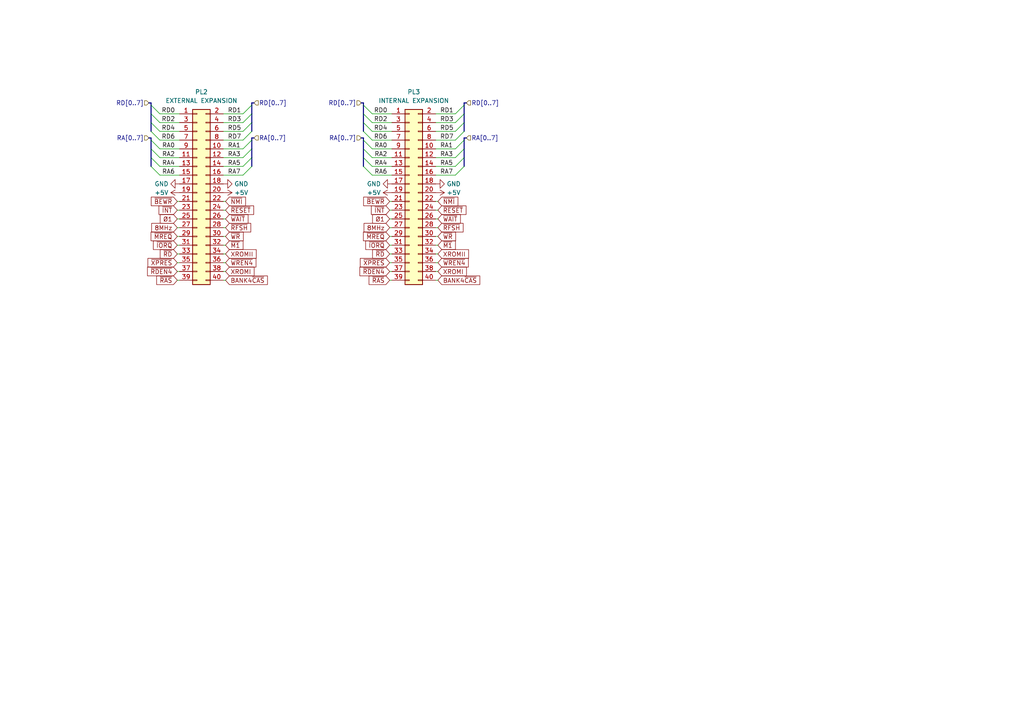
<source format=kicad_sch>
(kicad_sch (version 20230121) (generator eeschema)
  (paper "A4")
  (lib_symbols
    (symbol "Connector_Generic:Conn_02x20_Odd_Even" (pin_names (offset 1.016) hide)
      (property "Reference" "J" (at 1.27 25.4 0))
      (property "Value" "Conn_02x20_Odd_Even" (at 1.27 -27.94 0))
      (symbol "Conn_02x20_Odd_Even_1_1"
        (rectangle (start -1.27 -25.273) (end 0 -25.527) (stroke (width 0.1524)))
        (rectangle (start -1.27 -22.733) (end 0 -22.987) (stroke (width 0.1524)))
        (rectangle (start -1.27 -20.193) (end 0 -20.447) (stroke (width 0.1524)))
        (rectangle (start -1.27 -17.653) (end 0 -17.907) (stroke (width 0.1524)))
        (rectangle (start -1.27 -15.113) (end 0 -15.367) (stroke (width 0.1524)))
        (rectangle (start -1.27 -12.573) (end 0 -12.827) (stroke (width 0.1524)))
        (rectangle (start -1.27 -10.033) (end 0 -10.287) (stroke (width 0.1524)))
        (rectangle (start -1.27 -7.493) (end 0 -7.747) (stroke (width 0.1524)))
        (rectangle (start -1.27 -4.953) (end 0 -5.207) (stroke (width 0.1524)))
        (rectangle (start -1.27 -2.413) (end 0 -2.667) (stroke (width 0.1524)))
        (rectangle (start -1.27 0.127) (end 0 -0.127) (stroke (width 0.1524)))
        (rectangle (start -1.27 2.667) (end 0 2.413) (stroke (width 0.1524)))
        (rectangle (start -1.27 5.207) (end 0 4.953) (stroke (width 0.1524)))
        (rectangle (start -1.27 7.747) (end 0 7.493) (stroke (width 0.1524)))
        (rectangle (start -1.27 10.287) (end 0 10.033) (stroke (width 0.1524)))
        (rectangle (start -1.27 12.827) (end 0 12.573) (stroke (width 0.1524)))
        (rectangle (start -1.27 15.367) (end 0 15.113) (stroke (width 0.1524)))
        (rectangle (start -1.27 17.907) (end 0 17.653) (stroke (width 0.1524)))
        (rectangle (start -1.27 20.447) (end 0 20.193) (stroke (width 0.1524)))
        (rectangle (start -1.27 22.987) (end 0 22.733) (stroke (width 0.1524)))
        (rectangle (start -1.27 24.13) (end 3.81 -26.67) (stroke (width 0.254)) (fill (type background)))
        (rectangle (start 3.81 -25.273) (end 2.54 -25.527) (stroke (width 0.1524)))
        (rectangle (start 3.81 -22.733) (end 2.54 -22.987) (stroke (width 0.1524)))
        (rectangle (start 3.81 -20.193) (end 2.54 -20.447) (stroke (width 0.1524)))
        (rectangle (start 3.81 -17.653) (end 2.54 -17.907) (stroke (width 0.1524)))
        (rectangle (start 3.81 -15.113) (end 2.54 -15.367) (stroke (width 0.1524)))
        (rectangle (start 3.81 -12.573) (end 2.54 -12.827) (stroke (width 0.1524)))
        (rectangle (start 3.81 -10.033) (end 2.54 -10.287) (stroke (width 0.1524)))
        (rectangle (start 3.81 -7.493) (end 2.54 -7.747) (stroke (width 0.1524)))
        (rectangle (start 3.81 -4.953) (end 2.54 -5.207) (stroke (width 0.1524)))
        (rectangle (start 3.81 -2.413) (end 2.54 -2.667) (stroke (width 0.1524)))
        (rectangle (start 3.81 0.127) (end 2.54 -0.127) (stroke (width 0.1524)))
        (rectangle (start 3.81 2.667) (end 2.54 2.413) (stroke (width 0.1524)))
        (rectangle (start 3.81 5.207) (end 2.54 4.953) (stroke (width 0.1524)))
        (rectangle (start 3.81 7.747) (end 2.54 7.493) (stroke (width 0.1524)))
        (rectangle (start 3.81 10.287) (end 2.54 10.033) (stroke (width 0.1524)))
        (rectangle (start 3.81 12.827) (end 2.54 12.573) (stroke (width 0.1524)))
        (rectangle (start 3.81 15.367) (end 2.54 15.113) (stroke (width 0.1524)))
        (rectangle (start 3.81 17.907) (end 2.54 17.653) (stroke (width 0.1524)))
        (rectangle (start 3.81 20.447) (end 2.54 20.193) (stroke (width 0.1524)))
        (rectangle (start 3.81 22.987) (end 2.54 22.733) (stroke (width 0.1524)))
        (pin passive line (at -5.08 22.86 0) (length 3.81) (name "Pin_1") (number "1"))
        (pin passive line (at 7.62 12.7 180) (length 3.81) (name "Pin_10") (number "10"))
        (pin passive line (at -5.08 10.16 0) (length 3.81) (name "Pin_11") (number "11"))
        (pin passive line (at 7.62 10.16 180) (length 3.81) (name "Pin_12") (number "12"))
        (pin passive line (at -5.08 7.62 0) (length 3.81) (name "Pin_13") (number "13"))
        (pin passive line (at 7.62 7.62 180) (length 3.81) (name "Pin_14") (number "14"))
        (pin passive line (at -5.08 5.08 0) (length 3.81) (name "Pin_15") (number "15"))
        (pin passive line (at 7.62 5.08 180) (length 3.81) (name "Pin_16") (number "16"))
        (pin passive line (at -5.08 2.54 0) (length 3.81) (name "Pin_17") (number "17"))
        (pin passive line (at 7.62 2.54 180) (length 3.81) (name "Pin_18") (number "18"))
        (pin passive line (at -5.08 0 0) (length 3.81) (name "Pin_19") (number "19"))
        (pin passive line (at 7.62 22.86 180) (length 3.81) (name "Pin_2") (number "2"))
        (pin passive line (at 7.62 0 180) (length 3.81) (name "Pin_20") (number "20"))
        (pin passive line (at -5.08 -2.54 0) (length 3.81) (name "Pin_21") (number "21"))
        (pin passive line (at 7.62 -2.54 180) (length 3.81) (name "Pin_22") (number "22"))
        (pin passive line (at -5.08 -5.08 0) (length 3.81) (name "Pin_23") (number "23"))
        (pin passive line (at 7.62 -5.08 180) (length 3.81) (name "Pin_24") (number "24"))
        (pin passive line (at -5.08 -7.62 0) (length 3.81) (name "Pin_25") (number "25"))
        (pin passive line (at 7.62 -7.62 180) (length 3.81) (name "Pin_26") (number "26"))
        (pin passive line (at -5.08 -10.16 0) (length 3.81) (name "Pin_27") (number "27"))
        (pin passive line (at 7.62 -10.16 180) (length 3.81) (name "Pin_28") (number "28"))
        (pin passive line (at -5.08 -12.7 0) (length 3.81) (name "Pin_29") (number "29"))
        (pin passive line (at -5.08 20.32 0) (length 3.81) (name "Pin_3") (number "3"))
        (pin passive line (at 7.62 -12.7 180) (length 3.81) (name "Pin_30") (number "30"))
        (pin passive line (at -5.08 -15.24 0) (length 3.81) (name "Pin_31") (number "31"))
        (pin passive line (at 7.62 -15.24 180) (length 3.81) (name "Pin_32") (number "32"))
        (pin passive line (at -5.08 -17.78 0) (length 3.81) (name "Pin_33") (number "33"))
        (pin passive line (at 7.62 -17.78 180) (length 3.81) (name "Pin_34") (number "34"))
        (pin passive line (at -5.08 -20.32 0) (length 3.81) (name "Pin_35") (number "35"))
        (pin passive line (at 7.62 -20.32 180) (length 3.81) (name "Pin_36") (number "36"))
        (pin passive line (at -5.08 -22.86 0) (length 3.81) (name "Pin_37") (number "37"))
        (pin passive line (at 7.62 -22.86 180) (length 3.81) (name "Pin_38") (number "38"))
        (pin passive line (at -5.08 -25.4 0) (length 3.81) (name "Pin_39") (number "39"))
        (pin passive line (at 7.62 20.32 180) (length 3.81) (name "Pin_4") (number "4"))
        (pin passive line (at 7.62 -25.4 180) (length 3.81) (name "Pin_40") (number "40"))
        (pin passive line (at -5.08 17.78 0) (length 3.81) (name "Pin_5") (number "5"))
        (pin passive line (at 7.62 17.78 180) (length 3.81) (name "Pin_6") (number "6"))
        (pin passive line (at -5.08 15.24 0) (length 3.81) (name "Pin_7") (number "7"))
        (pin passive line (at 7.62 15.24 180) (length 3.81) (name "Pin_8") (number "8"))
        (pin passive line (at -5.08 12.7 0) (length 3.81) (name "Pin_9") (number "9"))
      )
    )
    (symbol "power:+5V" (power) (pin_names (offset 0))
      (property "Value" "+5V" (at 0 3.556 0))
      (symbol "+5V_0_1"
        (polyline (pts (xy -0.762 1.27) (xy 0 2.54)))
        (polyline (pts (xy 0 0) (xy 0 2.54)))
        (polyline (pts (xy 0 2.54) (xy 0.762 1.27)))
      )
      (symbol "+5V_1_1"
        (pin power_in line (at 0 0 90) (length 0) hide (name "+5V") (number "1"))
      )
    )
    (symbol "power:GND" (power) (pin_names (offset 0))
      (property "Value" "GND" (at 0 -3.81 0))
      (symbol "GND_0_1"
        (polyline (pts (xy 0 0) (xy 0 -1.27) (xy 1.27 -1.27) (xy 0 -2.54) (xy -1.27 -1.27) (xy 0 -1.27)))
      )
      (symbol "GND_1_1"
        (pin power_in line (at 0 0 270) (length 0) hide (name "GND") (number "1"))
      )
    )
  )
  (bus_entry (at 46.355 35.56) (size -2.54 -2.54))
  (bus_entry (at 107.95 45.72) (size -2.54 -2.54))
  (bus_entry (at 70.485 33.02) (size 2.54 -2.54))
  (bus_entry (at 70.485 48.26) (size 2.54 -2.54))
  (bus_entry (at 132.08 43.18) (size 2.54 -2.54))
  (bus_entry (at 46.355 40.64) (size -2.54 -2.54))
  (bus_entry (at 132.08 50.8) (size 2.54 -2.54))
  (bus_entry (at 132.08 45.72) (size 2.54 -2.54))
  (bus_entry (at 46.355 50.8) (size -2.54 -2.54))
  (bus_entry (at 70.485 45.72) (size 2.54 -2.54))
  (bus_entry (at 70.485 50.8) (size 2.54 -2.54))
  (bus_entry (at 107.95 33.02) (size -2.54 -2.54))
  (bus_entry (at 132.08 35.56) (size 2.54 -2.54))
  (bus_entry (at 132.08 40.64) (size 2.54 -2.54))
  (bus_entry (at 107.95 35.56) (size -2.54 -2.54))
  (bus_entry (at 132.08 48.26) (size 2.54 -2.54))
  (bus_entry (at 107.95 40.64) (size -2.54 -2.54))
  (bus_entry (at 46.355 38.1) (size -2.54 -2.54))
  (bus_entry (at 70.485 40.64) (size 2.54 -2.54))
  (bus_entry (at 107.95 50.8) (size -2.54 -2.54))
  (bus_entry (at 107.95 48.26) (size -2.54 -2.54))
  (bus_entry (at 107.95 43.18) (size -2.54 -2.54))
  (bus_entry (at 46.355 48.26) (size -2.54 -2.54))
  (bus_entry (at 107.95 38.1) (size -2.54 -2.54))
  (bus_entry (at 70.485 43.18) (size 2.54 -2.54))
  (bus_entry (at 46.355 43.18) (size -2.54 -2.54))
  (bus_entry (at 46.355 33.02) (size -2.54 -2.54))
  (bus_entry (at 132.08 38.1) (size 2.54 -2.54))
  (bus_entry (at 70.485 35.56) (size 2.54 -2.54))
  (bus_entry (at 46.355 45.72) (size -2.54 -2.54))
  (bus_entry (at 70.485 38.1) (size 2.54 -2.54))
  (bus_entry (at 132.08 33.02) (size 2.54 -2.54))
  (bus (pts (xy 105.41 29.845) (xy 105.41 30.48)))
  (wire (pts (xy 51.435 71.12) (xy 52.07 71.12)))
  (wire (pts (xy 127 76.2) (xy 126.365 76.2)))
  (wire (pts (xy 113.03 76.2) (xy 113.665 76.2)))
  (bus (pts (xy 43.815 29.845) (xy 43.815 30.48)))
  (bus (pts (xy 134.62 40.64) (xy 134.62 43.18)))
  (wire (pts (xy 113.03 81.28) (xy 113.665 81.28)))
  (bus (pts (xy 105.41 35.56) (xy 105.41 38.1)))
  (bus (pts (xy 134.62 35.56) (xy 134.62 38.1)))
  (wire (pts (xy 126.365 45.72) (xy 132.08 45.72)))
  (bus (pts (xy 73.025 40.64) (xy 73.025 43.18)))
  (bus (pts (xy 134.62 43.18) (xy 134.62 45.72)))
  (wire (pts (xy 113.03 63.5) (xy 113.665 63.5)))
  (wire (pts (xy 52.07 33.02) (xy 46.355 33.02)))
  (wire (pts (xy 65.405 73.66) (xy 64.77 73.66)))
  (bus (pts (xy 43.18 40.005) (xy 43.815 40.005)))
  (wire (pts (xy 51.435 60.96) (xy 52.07 60.96)))
  (wire (pts (xy 65.405 60.96) (xy 64.77 60.96)))
  (bus (pts (xy 104.775 29.845) (xy 105.41 29.845)))
  (bus (pts (xy 135.255 40.005) (xy 134.62 40.005)))
  (wire (pts (xy 65.405 68.58) (xy 64.77 68.58)))
  (wire (pts (xy 113.03 58.42) (xy 113.665 58.42)))
  (bus (pts (xy 105.41 40.005) (xy 105.41 40.64)))
  (bus (pts (xy 43.815 30.48) (xy 43.815 33.02)))
  (wire (pts (xy 64.77 35.56) (xy 70.485 35.56)))
  (wire (pts (xy 52.07 35.56) (xy 46.355 35.56)))
  (wire (pts (xy 64.77 50.8) (xy 70.485 50.8)))
  (bus (pts (xy 104.775 40.005) (xy 105.41 40.005)))
  (wire (pts (xy 52.07 50.8) (xy 46.355 50.8)))
  (wire (pts (xy 126.365 50.8) (xy 132.08 50.8)))
  (wire (pts (xy 113.665 40.64) (xy 107.95 40.64)))
  (wire (pts (xy 51.435 81.28) (xy 52.07 81.28)))
  (wire (pts (xy 113.03 71.12) (xy 113.665 71.12)))
  (wire (pts (xy 64.77 38.1) (xy 70.485 38.1)))
  (bus (pts (xy 73.025 30.48) (xy 73.025 33.02)))
  (wire (pts (xy 126.365 35.56) (xy 132.08 35.56)))
  (wire (pts (xy 65.405 66.04) (xy 64.77 66.04)))
  (bus (pts (xy 43.815 43.18) (xy 43.815 45.72)))
  (bus (pts (xy 134.62 30.48) (xy 134.62 33.02)))
  (bus (pts (xy 134.62 29.845) (xy 134.62 30.48)))
  (wire (pts (xy 113.665 38.1) (xy 107.95 38.1)))
  (wire (pts (xy 127 81.28) (xy 126.365 81.28)))
  (wire (pts (xy 65.405 76.2) (xy 64.77 76.2)))
  (wire (pts (xy 113.665 33.02) (xy 107.95 33.02)))
  (bus (pts (xy 73.025 40.005) (xy 73.025 40.64)))
  (wire (pts (xy 127 71.12) (xy 126.365 71.12)))
  (bus (pts (xy 73.025 43.18) (xy 73.025 45.72)))
  (bus (pts (xy 134.62 40.005) (xy 134.62 40.64)))
  (wire (pts (xy 51.435 78.74) (xy 52.07 78.74)))
  (wire (pts (xy 65.405 78.74) (xy 64.77 78.74)))
  (bus (pts (xy 73.025 35.56) (xy 73.025 38.1)))
  (bus (pts (xy 73.66 29.845) (xy 73.025 29.845)))
  (bus (pts (xy 135.255 29.845) (xy 134.62 29.845)))
  (wire (pts (xy 127 58.42) (xy 126.365 58.42)))
  (wire (pts (xy 113.03 68.58) (xy 113.665 68.58)))
  (wire (pts (xy 113.03 78.74) (xy 113.665 78.74)))
  (bus (pts (xy 43.815 40.005) (xy 43.815 40.64)))
  (wire (pts (xy 64.77 48.26) (xy 70.485 48.26)))
  (wire (pts (xy 52.07 43.18) (xy 46.355 43.18)))
  (wire (pts (xy 52.07 40.64) (xy 46.355 40.64)))
  (wire (pts (xy 51.435 73.66) (xy 52.07 73.66)))
  (bus (pts (xy 105.41 45.72) (xy 105.41 48.26)))
  (wire (pts (xy 126.365 33.02) (xy 132.08 33.02)))
  (wire (pts (xy 52.07 48.26) (xy 46.355 48.26)))
  (bus (pts (xy 73.66 40.005) (xy 73.025 40.005)))
  (wire (pts (xy 113.665 43.18) (xy 107.95 43.18)))
  (wire (pts (xy 65.405 81.28) (xy 64.77 81.28)))
  (bus (pts (xy 105.41 40.64) (xy 105.41 43.18)))
  (wire (pts (xy 51.435 76.2) (xy 52.07 76.2)))
  (wire (pts (xy 113.665 48.26) (xy 107.95 48.26)))
  (wire (pts (xy 65.405 58.42) (xy 64.77 58.42)))
  (wire (pts (xy 127 63.5) (xy 126.365 63.5)))
  (wire (pts (xy 51.435 68.58) (xy 52.07 68.58)))
  (bus (pts (xy 43.815 35.56) (xy 43.815 38.1)))
  (wire (pts (xy 51.435 58.42) (xy 52.07 58.42)))
  (wire (pts (xy 127 60.96) (xy 126.365 60.96)))
  (bus (pts (xy 43.18 29.845) (xy 43.815 29.845)))
  (wire (pts (xy 126.365 40.64) (xy 132.08 40.64)))
  (bus (pts (xy 105.41 33.02) (xy 105.41 35.56)))
  (wire (pts (xy 126.365 48.26) (xy 132.08 48.26)))
  (wire (pts (xy 113.03 60.96) (xy 113.665 60.96)))
  (bus (pts (xy 43.815 40.64) (xy 43.815 43.18)))
  (wire (pts (xy 65.405 71.12) (xy 64.77 71.12)))
  (wire (pts (xy 127 66.04) (xy 126.365 66.04)))
  (wire (pts (xy 113.665 35.56) (xy 107.95 35.56)))
  (wire (pts (xy 64.77 43.18) (xy 70.485 43.18)))
  (wire (pts (xy 51.435 63.5) (xy 52.07 63.5)))
  (bus (pts (xy 134.62 33.02) (xy 134.62 35.56)))
  (wire (pts (xy 65.405 63.5) (xy 64.77 63.5)))
  (wire (pts (xy 127 73.66) (xy 126.365 73.66)))
  (wire (pts (xy 113.665 45.72) (xy 107.95 45.72)))
  (bus (pts (xy 73.025 29.845) (xy 73.025 30.48)))
  (wire (pts (xy 113.03 66.04) (xy 113.665 66.04)))
  (wire (pts (xy 64.77 33.02) (xy 70.485 33.02)))
  (wire (pts (xy 51.435 66.04) (xy 52.07 66.04)))
  (wire (pts (xy 127 68.58) (xy 126.365 68.58)))
  (wire (pts (xy 52.07 38.1) (xy 46.355 38.1)))
  (bus (pts (xy 73.025 33.02) (xy 73.025 35.56)))
  (wire (pts (xy 126.365 43.18) (xy 132.08 43.18)))
  (wire (pts (xy 113.03 73.66) (xy 113.665 73.66)))
  (bus (pts (xy 134.62 45.72) (xy 134.62 48.26)))
  (bus (pts (xy 73.025 45.72) (xy 73.025 48.26)))
  (wire (pts (xy 127 78.74) (xy 126.365 78.74)))
  (wire (pts (xy 113.665 50.8) (xy 107.95 50.8)))
  (bus (pts (xy 105.41 30.48) (xy 105.41 33.02)))
  (bus (pts (xy 43.815 33.02) (xy 43.815 35.56)))
  (wire (pts (xy 126.365 38.1) (xy 132.08 38.1)))
  (wire (pts (xy 64.77 45.72) (xy 70.485 45.72)))
  (bus (pts (xy 105.41 43.18) (xy 105.41 45.72)))
  (wire (pts (xy 52.07 45.72) (xy 46.355 45.72)))
  (wire (pts (xy 64.77 40.64) (xy 70.485 40.64)))
  (bus (pts (xy 43.815 45.72) (xy 43.815 48.26)))
  (label "RA0" (at 46.99 43.18 0))
  (label "RA5" (at 66.04 48.26 0))
  (label "RD2" (at 50.8 35.56 180))
  (label "RA1" (at 127.635 43.18 0))
  (label "RD5" (at 127.635 38.1 0))
  (label "RD0" (at 112.395 33.02 180))
  (label "RD2" (at 112.395 35.56 180))
  (label "RA1" (at 66.04 43.18 0))
  (label "RD1" (at 127.635 33.02 0))
  (label "RD4" (at 112.395 38.1 180))
  (label "RD4" (at 50.8 38.1 180))
  (label "RA5" (at 127.635 48.26 0))
  (label "RA6" (at 46.99 50.8 0))
  (label "RA7" (at 66.04 50.8 0))
  (label "RD6" (at 112.395 40.64 180))
  (label "RA0" (at 108.585 43.18 0))
  (label "RD3" (at 66.04 35.56 0))
  (label "RD3" (at 127.635 35.56 0))
  (label "RA7" (at 127.635 50.8 0))
  (label "RA2" (at 108.585 45.72 0))
  (label "RD6" (at 50.8 40.64 180))
  (label "RD0" (at 50.8 33.02 180))
  (label "RD1" (at 66.04 33.02 0))
  (label "RA3" (at 66.04 45.72 0))
  (label "RA3" (at 127.635 45.72 0))
  (label "RA2" (at 46.99 45.72 0))
  (label "RA6" (at 108.585 50.8 0))
  (label "RA4" (at 108.585 48.26 0))
  (label "RA4" (at 46.99 48.26 0))
  (label "RD5" (at 66.04 38.1 0))
  (label "RD7" (at 66.04 40.64 0))
  (label "RD7" (at 127.635 40.64 0))
  (global_label "~{RAS}" (shape input) (at 113.03 81.28 180) (property "Intersheetrefs" "${INTERSHEET_REFS}" (effects hide)))
  (global_label "~{WAIT}" (shape input) (at 127 63.5 0) (property "Intersheetrefs" "${INTERSHEET_REFS}" (effects hide)))
  (global_label "~{WREN4}" (shape input) (at 65.405 76.2 0) (property "Intersheetrefs" "${INTERSHEET_REFS}" (effects hide)))
  (global_label "XROMII" (shape input) (at 127 73.66 0) (property "Intersheetrefs" "${INTERSHEET_REFS}" (effects hide)))
  (global_label "~{BEWR}" (shape input) (at 51.435 58.42 180) (property "Intersheetrefs" "${INTERSHEET_REFS}" (effects hide)))
  (global_label "~{NMI}" (shape input) (at 65.405 58.42 0) (property "Intersheetrefs" "${INTERSHEET_REFS}" (effects hide)))
  (global_label "~{RESET}" (shape input) (at 127 60.96 0) (property "Intersheetrefs" "${INTERSHEET_REFS}" (effects hide)))
  (global_label "~{XPRES}" (shape input) (at 51.435 76.2 180) (property "Intersheetrefs" "${INTERSHEET_REFS}" (effects hide)))
  (global_label "~{RFSH}" (shape input) (at 127 66.04 0) (property "Intersheetrefs" "${INTERSHEET_REFS}" (effects hide)))
  (global_label "XROMI" (shape input) (at 127 78.74 0) (property "Intersheetrefs" "${INTERSHEET_REFS}" (effects hide)))
  (global_label "~{INT}" (shape input) (at 51.435 60.96 180) (property "Intersheetrefs" "${INTERSHEET_REFS}" (effects hide)))
  (global_label "8MHz" (shape input) (at 51.435 66.04 180) (property "Intersheetrefs" "${INTERSHEET_REFS}" (effects hide)))
  (global_label "~{RESET}" (shape input) (at 65.405 60.96 0) (property "Intersheetrefs" "${INTERSHEET_REFS}" (effects hide)))
  (global_label "~{RD}" (shape input) (at 113.03 73.66 180) (property "Intersheetrefs" "${INTERSHEET_REFS}" (effects hide)))
  (global_label "~{IORQ}" (shape input) (at 113.03 71.12 180) (property "Intersheetrefs" "${INTERSHEET_REFS}" (effects hide)))
  (global_label "~{RD}" (shape input) (at 51.435 73.66 180) (property "Intersheetrefs" "${INTERSHEET_REFS}" (effects hide)))
  (global_label "~{RDEN4}" (shape input) (at 51.435 78.74 180) (property "Intersheetrefs" "${INTERSHEET_REFS}" (effects hide)))
  (global_label "BANK4~{CAS}" (shape input) (at 65.405 81.28 0) (property "Intersheetrefs" "${INTERSHEET_REFS}" (effects hide)))
  (global_label "~{M1}" (shape input) (at 65.405 71.12 0) (property "Intersheetrefs" "${INTERSHEET_REFS}" (effects hide)))
  (global_label "~{BEWR}" (shape input) (at 113.03 58.42 180) (property "Intersheetrefs" "${INTERSHEET_REFS}" (effects hide)))
  (global_label "~{RFSH}" (shape input) (at 65.405 66.04 0) (property "Intersheetrefs" "${INTERSHEET_REFS}" (effects hide)))
  (global_label "~{RAS}" (shape input) (at 51.435 81.28 180) (property "Intersheetrefs" "${INTERSHEET_REFS}" (effects hide)))
  (global_label "~{MREQ}" (shape input) (at 51.435 68.58 180) (property "Intersheetrefs" "${INTERSHEET_REFS}" (effects hide)))
  (global_label "~{M1}" (shape input) (at 127 71.12 0) (property "Intersheetrefs" "${INTERSHEET_REFS}" (effects hide)))
  (global_label "~{IORQ}" (shape input) (at 51.435 71.12 180) (property "Intersheetrefs" "${INTERSHEET_REFS}" (effects hide)))
  (global_label "~{WR}" (shape input) (at 65.405 68.58 0) (property "Intersheetrefs" "${INTERSHEET_REFS}" (effects hide)))
  (global_label "~{RDEN4}" (shape input) (at 113.03 78.74 180) (property "Intersheetrefs" "${INTERSHEET_REFS}" (effects hide)))
  (global_label "~{MREQ}" (shape input) (at 113.03 68.58 180) (property "Intersheetrefs" "${INTERSHEET_REFS}" (effects hide)))
  (global_label "~{XPRES}" (shape input) (at 113.03 76.2 180) (property "Intersheetrefs" "${INTERSHEET_REFS}" (effects hide)))
  (global_label "8MHz" (shape input) (at 113.03 66.04 180) (property "Intersheetrefs" "${INTERSHEET_REFS}" (effects hide)))
  (global_label "~{INT}" (shape input) (at 113.03 60.96 180) (property "Intersheetrefs" "${INTERSHEET_REFS}" (effects hide)))
  (global_label "Ø1" (shape input) (at 113.03 63.5 180) (property "Intersheetrefs" "${INTERSHEET_REFS}" (effects hide)))
  (global_label "BANK4~{CAS}" (shape input) (at 127 81.28 0) (property "Intersheetrefs" "${INTERSHEET_REFS}" (effects hide)))
  (global_label "~{WREN4}" (shape input) (at 127 76.2 0) (property "Intersheetrefs" "${INTERSHEET_REFS}" (effects hide)))
  (global_label "XROMI" (shape input) (at 65.405 78.74 0) (property "Intersheetrefs" "${INTERSHEET_REFS}" (effects hide)))
  (global_label "~{NMI}" (shape input) (at 127 58.42 0) (property "Intersheetrefs" "${INTERSHEET_REFS}" (effects hide)))
  (global_label "~{WR}" (shape input) (at 127 68.58 0) (property "Intersheetrefs" "${INTERSHEET_REFS}" (effects hide)))
  (global_label "~{WAIT}" (shape input) (at 65.405 63.5 0) (property "Intersheetrefs" "${INTERSHEET_REFS}" (effects hide)))
  (global_label "XROMII" (shape input) (at 65.405 73.66 0) (property "Intersheetrefs" "${INTERSHEET_REFS}" (effects hide)))
  (global_label "Ø1" (shape input) (at 51.435 63.5 180) (property "Intersheetrefs" "${INTERSHEET_REFS}" (effects hide)))
  (hierarchical_label "RD[0..7]" (shape input) (at 43.18 29.845 180))
  (hierarchical_label "RD[0..7]" (shape input) (at 104.775 29.845 180))
  (hierarchical_label "RA[0..7]" (shape input) (at 135.255 40.005 0))
  (hierarchical_label "RA[0..7]" (shape input) (at 43.18 40.005 180))
  (hierarchical_label "RD[0..7]" (shape input) (at 73.66 29.845 0))
  (hierarchical_label "RA[0..7]" (shape input) (at 73.66 40.005 0))
  (hierarchical_label "RD[0..7]" (shape input) (at 135.255 29.845 0))
  (hierarchical_label "RA[0..7]" (shape input) (at 104.775 40.005 180))
  (symbol (lib_id "power:+5V") (at 64.77 55.88 270) (unit 1)
    (property "Reference" "#PWR042" (effects hide))
    (property "Value" "+5V" (at 67.945 55.88 90) (effects (justify left)))
    (instances (project "lynx128" (path "" (reference "#PWR042") (unit 1)) (path "" (reference "#PWR049") (unit 1))))
  )
  (symbol (lib_id "power:GND") (at 113.665 53.34 270) (unit 1)
    (property "Reference" "#PWR040" (effects hide))
    (property "Value" "GND" (at 110.49 53.34 90) (effects (justify right)))
    (instances (project "lynx128" (path "" (reference "#PWR040") (unit 1)) (path "" (reference "#PWR0170") (unit 1))))
  )
  (symbol (lib_id "power:+5V") (at 113.665 55.88 90) (mirror x) (unit 1)
    (property "Reference" "#PWR042" (effects hide))
    (property "Value" "+5V" (at 110.49 55.88 90) (effects (justify left)))
    (instances (project "lynx128" (path "" (reference "#PWR042") (unit 1)) (path "" (reference "#PWR0171") (unit 1))))
  )
  (symbol (lib_id "Connector_Generic:Conn_02x20_Odd_Even") (at 57.15 55.88 0) (unit 1)
    (property "Reference" "PL2" (at 58.42 26.67 0))
    (property "Value" "EXTERNAL EXPANSION" (at 58.42 29.21 0))
    (property "Footprint" "LYNX:PL2" (effects hide))
  )
  (symbol (lib_id "power:GND") (at 64.77 53.34 90) (mirror x) (unit 1)
    (property "Reference" "#PWR040" (effects hide))
    (property "Value" "GND" (at 67.945 53.34 90) (effects (justify right)))
    (instances (project "lynx128" (path "" (reference "#PWR040") (unit 1)) (path "" (reference "#PWR048") (unit 1))))
  )
  (symbol (lib_id "power:GND") (at 126.365 53.34 90) (mirror x) (unit 1)
    (property "Reference" "#PWR040" (effects hide))
    (property "Value" "GND" (at 129.54 53.34 90) (effects (justify right)))
    (instances (project "lynx128" (path "" (reference "#PWR040") (unit 1)) (path "" (reference "#PWR0299") (unit 1))))
  )
  (symbol (lib_id "power:+5V") (at 52.07 55.88 90) (mirror x) (unit 1)
    (property "Reference" "#PWR042" (effects hide))
    (property "Value" "+5V" (at 48.895 55.88 90) (effects (justify left)))
    (instances (project "lynx128" (path "" (reference "#PWR042") (unit 1)) (path "" (reference "#PWR050") (unit 1))))
  )
  (symbol (lib_id "power:GND") (at 52.07 53.34 270) (unit 1)
    (property "Reference" "#PWR040" (effects hide))
    (property "Value" "GND" (at 48.895 53.34 90) (effects (justify right)))
    (instances (project "lynx128" (path "" (reference "#PWR040") (unit 1)) (path "" (reference "#PWR046") (unit 1))))
  )
  (symbol (lib_id "power:+5V") (at 126.365 55.88 270) (unit 1)
    (property "Reference" "#PWR042" (effects hide))
    (property "Value" "+5V" (at 129.54 55.88 90) (effects (justify left)))
    (instances (project "lynx128" (path "" (reference "#PWR042") (unit 1)) (path "" (reference "#PWR0300") (unit 1))))
  )
  (symbol (lib_id "Connector_Generic:Conn_02x20_Odd_Even") (at 118.745 55.88 0) (unit 1)
    (property "Reference" "PL3" (at 120.015 26.67 0))
    (property "Value" "INTERNAL EXPANSION" (at 120.015 29.21 0))
    (property "Footprint" "LYNX:PL2" (effects hide))
  )
)
</source>
